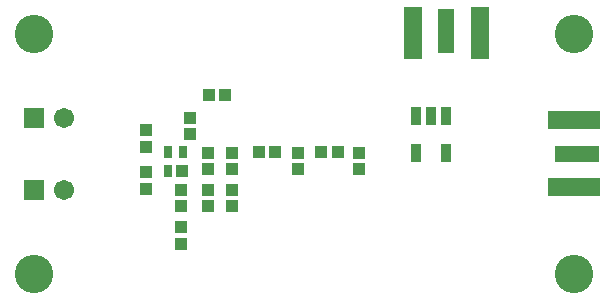
<source format=gbr>
%TF.GenerationSoftware,Altium Limited,Altium Designer,22.5.1 (42)*%
G04 Layer_Color=8388736*
%FSLAX26Y26*%
%MOIN*%
%TF.SameCoordinates,B04901F9-BF46-49F9-850C-5E78856F6392*%
%TF.FilePolarity,Negative*%
%TF.FileFunction,Soldermask,Top*%
%TF.Part,Single*%
G01*
G75*
%TA.AperFunction,ConnectorPad*%
%ADD25R,0.173354X0.061150*%
%TA.AperFunction,SMDPad,CuDef*%
%ADD26R,0.061150X0.173354*%
%TA.AperFunction,ComponentPad*%
%ADD27C,0.067055*%
%ADD28R,0.067055X0.067055*%
%TA.AperFunction,WasherPad*%
%ADD29C,0.128000*%
%TA.AperFunction,ConnectorPad*%
%ADD34R,0.149732X0.058000*%
%TA.AperFunction,SMDPad,CuDef*%
%ADD35R,0.058000X0.149732*%
%ADD36R,0.034000X0.064000*%
%ADD37R,0.043433X0.039496*%
%ADD38R,0.031622X0.039496*%
%ADD39R,0.039496X0.043433*%
D25*
X2902126Y1388780D02*
D03*
Y1611220D02*
D03*
D26*
X2363780Y1902126D02*
D03*
X2586220D02*
D03*
D27*
X1200000Y1380000D02*
D03*
Y1620000D02*
D03*
D28*
X1100000Y1380000D02*
D03*
Y1620000D02*
D03*
D29*
Y1900000D02*
D03*
Y1100000D02*
D03*
X2900000D02*
D03*
Y1900000D02*
D03*
D34*
X2910000Y1500000D02*
D03*
D35*
X2475000Y1910000D02*
D03*
D36*
X2375000Y1627000D02*
D03*
X2425000D02*
D03*
X2475000D02*
D03*
Y1503000D02*
D03*
X2375000D02*
D03*
D37*
X1590000Y1255118D02*
D03*
Y1200000D02*
D03*
X1680000Y1380000D02*
D03*
Y1324882D02*
D03*
X1590000Y1380000D02*
D03*
Y1324882D02*
D03*
X1475000Y1437559D02*
D03*
Y1382441D02*
D03*
Y1577559D02*
D03*
Y1522441D02*
D03*
X1592803Y1441494D02*
D03*
X1620000Y1620000D02*
D03*
Y1564882D02*
D03*
X1760000Y1380118D02*
D03*
Y1325000D02*
D03*
X2185000Y1502559D02*
D03*
Y1447441D02*
D03*
X1980000Y1502559D02*
D03*
Y1447441D02*
D03*
X1760000Y1502559D02*
D03*
Y1447441D02*
D03*
X1680000Y1502559D02*
D03*
Y1447441D02*
D03*
D38*
X1547527Y1504486D02*
D03*
X1598709D02*
D03*
X1547527Y1441494D02*
D03*
D39*
X2112559Y1505000D02*
D03*
X2057441D02*
D03*
X1850000Y1505000D02*
D03*
X1905118D02*
D03*
X1682441Y1695000D02*
D03*
X1737559D02*
D03*
%TF.MD5,d5f08d5197101f9f98a7051d363930c9*%
M02*

</source>
